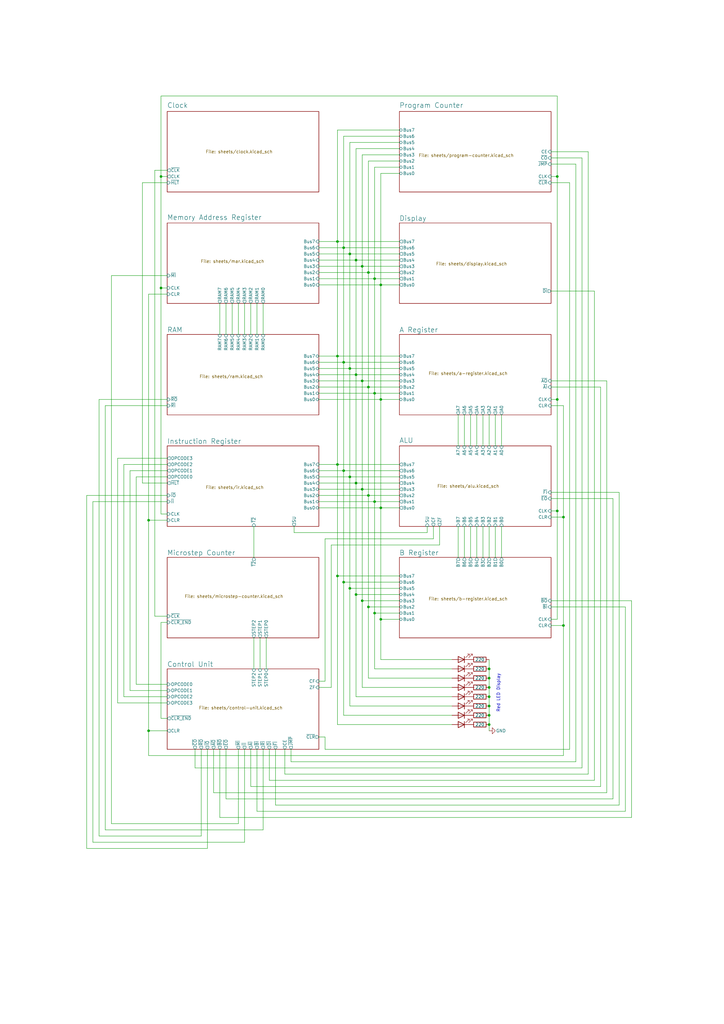
<source format=kicad_sch>
(kicad_sch (version 20250114) (generator "eeschema") (generator_version "9.0")
  (paper "A3" portrait)
  (lib_symbols
    (symbol "Device:LED" (pin_numbers (hide yes)) (pin_names (offset 1.016) (hide yes))
      (property "Reference" "D" (at 0 2.54 0))
      (property "Value" "LED" (at 0 -2.54 0))
      (symbol "LED_0_1"
        (polyline (pts (xy -3.048 -0.762) (xy -4.572 -2.286) (xy -3.81 -2.286) (xy -4.572 -2.286) (xy -4.572 -1.524)))
        (polyline (pts (xy -1.778 -0.762) (xy -3.302 -2.286) (xy -2.54 -2.286) (xy -3.302 -2.286) (xy -3.302 -1.524)))
        (polyline (pts (xy -1.27 0) (xy 1.27 0)))
        (polyline (pts (xy -1.27 -1.27) (xy -1.27 1.27)) (stroke (width 0.254)))
        (polyline (pts (xy 1.27 -1.27) (xy 1.27 1.27) (xy -1.27 0) (xy 1.27 -1.27)) (stroke (width 0.254)))
      )
      (symbol "LED_1_1"
        (pin passive line (at -3.81 0 0) (length 2.54) (name "K") (number "1"))
        (pin passive line (at 3.81 0 180) (length 2.54) (name "A") (number "2"))
      )
    )
    (symbol "Device:R" (pin_numbers (hide yes)) (pin_names (offset 0))
      (property "Reference" "R" (at 2.032 0 90))
      (property "Value" "R" (at 0 0 90))
      (symbol "R_0_1"
        (rectangle (start -1.016 -2.54) (end 1.016 2.54) (stroke (width 0.254)))
      )
      (symbol "R_1_1"
        (pin passive line (at 0 3.81 270) (length 1.27) (name "~") (number "1"))
        (pin passive line (at 0 -3.81 90) (length 1.27) (name "~") (number "2"))
      )
    )
    (symbol "power:GND" (power) (pin_numbers (hide yes)) (pin_names (offset 0) (hide yes))
      (property "Value" "GND" (at 0 -3.81 0))
      (symbol "GND_0_1"
        (polyline (pts (xy 0 0) (xy 0 -1.27) (xy 1.27 -1.27) (xy 0 -2.54) (xy -1.27 -1.27) (xy 0 -1.27)))
      )
      (symbol "GND_1_1"
        (pin power_in line (at 0 0 270) (length 0) (name "~") (number "1"))
      )
    )
  )
  (text "Red LED Display" (at 204.47 284.226 90) (effects (font (size 1.27 1.27))))
  (junction (at 60.96 213.36))
  (junction (at 153.67 251.46))
  (junction (at 138.43 236.22))
  (junction (at 143.51 241.3))
  (junction (at 140.97 148.59))
  (junction (at 66.04 118.11))
  (junction (at 200.66 278.13))
  (junction (at 151.13 203.2))
  (junction (at 140.97 193.04))
  (junction (at 143.51 195.58))
  (junction (at 140.97 101.6))
  (junction (at 146.05 153.67))
  (junction (at 200.66 285.75))
  (junction (at 138.43 146.05))
  (junction (at 156.21 163.83))
  (junction (at 148.59 200.66))
  (junction (at 228.6 72.39))
  (junction (at 146.05 243.84))
  (junction (at 151.13 248.92))
  (junction (at 231.14 256.54))
  (junction (at 153.67 114.3))
  (junction (at 153.67 161.29))
  (junction (at 140.97 238.76))
  (junction (at 200.66 297.18))
  (junction (at 66.04 72.39))
  (junction (at 138.43 99.06))
  (junction (at 60.96 299.72))
  (junction (at 231.14 212.09))
  (junction (at 151.13 158.75))
  (junction (at 156.21 208.28))
  (junction (at 200.66 274.32))
  (junction (at 200.66 293.37))
  (junction (at 153.67 205.74))
  (junction (at 228.6 163.83))
  (junction (at 156.21 254))
  (junction (at 228.6 209.55))
  (junction (at 148.59 109.22))
  (junction (at 200.66 281.94))
  (junction (at 143.51 104.14))
  (junction (at 148.59 246.38))
  (junction (at 138.43 190.5))
  (junction (at 148.59 156.21))
  (junction (at 146.05 198.12))
  (junction (at 143.51 151.13))
  (junction (at 146.05 106.68))
  (junction (at 156.21 116.84))
  (junction (at 200.66 289.56))
  (junction (at 151.13 111.76))
  (wire (pts (xy 40.64 342.9) (xy 40.64 163.83)))
  (wire (pts (xy 107.95 340.36) (xy 107.95 307.34)))
  (wire (pts (xy 228.6 72.39) (xy 228.6 163.83)))
  (wire (pts (xy 163.83 71.12) (xy 156.21 71.12)))
  (wire (pts (xy 153.67 205.74) (xy 153.67 251.46)))
  (wire (pts (xy 97.79 337.82) (xy 97.79 307.34)))
  (wire (pts (xy 120.65 218.44) (xy 175.26 218.44)))
  (wire (pts (xy 130.81 99.06) (xy 138.43 99.06)))
  (wire (pts (xy 82.55 342.9) (xy 40.64 342.9)))
  (wire (pts (xy 151.13 111.76) (xy 163.83 111.76)))
  (wire (pts (xy 177.8 220.98) (xy 133.35 220.98)))
  (wire (pts (xy 60.96 309.88) (xy 231.14 309.88)))
  (wire (pts (xy 130.81 106.68) (xy 146.05 106.68)))
  (wire (pts (xy 55.88 280.67) (xy 68.58 280.67)))
  (wire (pts (xy 35.56 347.98) (xy 35.56 203.2)))
  (wire (pts (xy 140.97 101.6) (xy 140.97 148.59)))
  (wire (pts (xy 58.42 198.12) (xy 58.42 74.93)))
  (wire (pts (xy 228.6 254) (xy 228.6 209.55)))
  (wire (pts (xy 146.05 60.96) (xy 146.05 106.68)))
  (wire (pts (xy 254 201.93) (xy 226.06 201.93)))
  (wire (pts (xy 226.06 254) (xy 228.6 254)))
  (wire (pts (xy 256.54 248.92) (xy 256.54 332.74)))
  (wire (pts (xy 130.81 302.26) (xy 133.35 302.26)))
  (wire (pts (xy 151.13 203.2) (xy 163.83 203.2)))
  (wire (pts (xy 130.81 163.83) (xy 156.21 163.83)))
  (wire (pts (xy 148.59 63.5) (xy 163.83 63.5)))
  (wire (pts (xy 143.51 151.13) (xy 163.83 151.13)))
  (wire (pts (xy 66.04 39.37) (xy 228.6 39.37)))
  (wire (pts (xy 195.58 170.18) (xy 195.58 182.88)))
  (wire (pts (xy 190.5 170.18) (xy 190.5 182.88)))
  (wire (pts (xy 113.03 330.2) (xy 254 330.2)))
  (wire (pts (xy 130.81 114.3) (xy 153.67 114.3)))
  (wire (pts (xy 130.81 208.28) (xy 156.21 208.28)))
  (wire (pts (xy 68.58 198.12) (xy 58.42 198.12)))
  (wire (pts (xy 43.18 340.36) (xy 107.95 340.36)))
  (wire (pts (xy 185.42 278.13) (xy 151.13 278.13)))
  (wire (pts (xy 100.33 124.46) (xy 100.33 137.16)))
  (wire (pts (xy 63.5 69.85) (xy 68.58 69.85)))
  (wire (pts (xy 151.13 248.92) (xy 163.83 248.92)))
  (wire (pts (xy 80.01 314.96) (xy 80.01 307.34)))
  (wire (pts (xy 231.14 166.37) (xy 226.06 166.37)))
  (wire (pts (xy 105.41 332.74) (xy 256.54 332.74)))
  (wire (pts (xy 163.83 55.88) (xy 140.97 55.88)))
  (wire (pts (xy 190.5 215.9) (xy 190.5 228.6)))
  (wire (pts (xy 130.81 151.13) (xy 143.51 151.13)))
  (wire (pts (xy 85.09 347.98) (xy 35.56 347.98)))
  (wire (pts (xy 135.89 281.94) (xy 130.81 281.94)))
  (wire (pts (xy 38.1 345.44) (xy 100.33 345.44)))
  (wire (pts (xy 200.66 170.18) (xy 200.66 182.88)))
  (wire (pts (xy 138.43 297.18) (xy 138.43 236.22)))
  (wire (pts (xy 60.96 213.36) (xy 68.58 213.36)))
  (wire (pts (xy 185.42 281.94) (xy 148.59 281.94)))
  (wire (pts (xy 60.96 213.36) (xy 60.96 120.65)))
  (wire (pts (xy 48.26 187.96) (xy 48.26 288.29)))
  (wire (pts (xy 153.67 114.3) (xy 153.67 161.29)))
  (wire (pts (xy 143.51 104.14) (xy 143.51 151.13)))
  (wire (pts (xy 153.67 161.29) (xy 163.83 161.29)))
  (wire (pts (xy 130.81 104.14) (xy 143.51 104.14)))
  (wire (pts (xy 198.12 170.18) (xy 198.12 182.88)))
  (wire (pts (xy 66.04 118.11) (xy 68.58 118.11)))
  (wire (pts (xy 148.59 200.66) (xy 163.83 200.66)))
  (wire (pts (xy 180.34 223.52) (xy 135.89 223.52)))
  (wire (pts (xy 153.67 251.46) (xy 163.83 251.46)))
  (wire (pts (xy 66.04 72.39) (xy 66.04 118.11)))
  (wire (pts (xy 107.95 124.46) (xy 107.95 137.16)))
  (wire (pts (xy 35.56 203.2) (xy 68.58 203.2)))
  (wire (pts (xy 66.04 210.82) (xy 68.58 210.82)))
  (wire (pts (xy 185.42 270.51) (xy 156.21 270.51)))
  (wire (pts (xy 226.06 163.83) (xy 228.6 163.83)))
  (wire (pts (xy 151.13 111.76) (xy 151.13 158.75)))
  (wire (pts (xy 110.49 320.04) (xy 110.49 307.34)))
  (wire (pts (xy 151.13 158.75) (xy 151.13 203.2)))
  (wire (pts (xy 200.66 285.75) (xy 200.66 289.56)))
  (wire (pts (xy 50.8 285.75) (xy 68.58 285.75)))
  (wire (pts (xy 133.35 279.4) (xy 130.81 279.4)))
  (wire (pts (xy 226.06 212.09) (xy 231.14 212.09)))
  (wire (pts (xy 226.06 119.38) (xy 243.84 119.38)))
  (wire (pts (xy 40.64 163.83) (xy 68.58 163.83)))
  (wire (pts (xy 100.33 345.44) (xy 100.33 307.34)))
  (wire (pts (xy 120.65 215.9) (xy 120.65 218.44)))
  (wire (pts (xy 146.05 153.67) (xy 163.83 153.67)))
  (wire (pts (xy 198.12 215.9) (xy 198.12 228.6)))
  (wire (pts (xy 203.2 215.9) (xy 203.2 228.6)))
  (wire (pts (xy 187.96 215.9) (xy 187.96 228.6)))
  (wire (pts (xy 153.67 68.58) (xy 153.67 114.3)))
  (wire (pts (xy 140.97 148.59) (xy 140.97 193.04)))
  (wire (pts (xy 116.84 317.5) (xy 116.84 307.34)))
  (wire (pts (xy 248.92 156.21) (xy 226.06 156.21)))
  (wire (pts (xy 140.97 193.04) (xy 163.83 193.04)))
  (wire (pts (xy 45.72 113.03) (xy 45.72 337.82)))
  (wire (pts (xy 156.21 163.83) (xy 163.83 163.83)))
  (wire (pts (xy 138.43 146.05) (xy 138.43 190.5)))
  (wire (pts (xy 138.43 53.34) (xy 138.43 99.06)))
  (wire (pts (xy 82.55 307.34) (xy 82.55 342.9)))
  (wire (pts (xy 50.8 190.5) (xy 50.8 285.75)))
  (wire (pts (xy 119.38 312.42) (xy 119.38 307.34)))
  (wire (pts (xy 251.46 204.47) (xy 251.46 327.66)))
  (wire (pts (xy 187.96 170.18) (xy 187.96 182.88)))
  (wire (pts (xy 228.6 72.39) (xy 226.06 72.39)))
  (wire (pts (xy 259.08 335.28) (xy 259.08 246.38)))
  (wire (pts (xy 104.14 215.9) (xy 104.14 228.6)))
  (wire (pts (xy 231.14 212.09) (xy 231.14 166.37)))
  (wire (pts (xy 151.13 278.13) (xy 151.13 248.92)))
  (wire (pts (xy 148.59 63.5) (xy 148.59 109.22)))
  (wire (pts (xy 133.35 302.26) (xy 133.35 307.34)))
  (wire (pts (xy 185.42 289.56) (xy 143.51 289.56)))
  (wire (pts (xy 148.59 200.66) (xy 148.59 246.38)))
  (wire (pts (xy 92.71 327.66) (xy 251.46 327.66)))
  (wire (pts (xy 163.83 66.04) (xy 151.13 66.04)))
  (wire (pts (xy 148.59 109.22) (xy 148.59 156.21)))
  (wire (pts (xy 226.06 256.54) (xy 231.14 256.54)))
  (wire (pts (xy 200.66 215.9) (xy 200.66 228.6)))
  (wire (pts (xy 175.26 215.9) (xy 175.26 218.44)))
  (wire (pts (xy 156.21 208.28) (xy 163.83 208.28)))
  (wire (pts (xy 193.04 170.18) (xy 193.04 182.88)))
  (wire (pts (xy 68.58 166.37) (xy 43.18 166.37)))
  (wire (pts (xy 130.81 153.67) (xy 146.05 153.67)))
  (wire (pts (xy 156.21 71.12) (xy 156.21 116.84)))
  (wire (pts (xy 146.05 153.67) (xy 146.05 198.12)))
  (wire (pts (xy 243.84 119.38) (xy 243.84 320.04)))
  (wire (pts (xy 146.05 285.75) (xy 146.05 243.84)))
  (wire (pts (xy 130.81 148.59) (xy 140.97 148.59)))
  (wire (pts (xy 146.05 106.68) (xy 146.05 153.67)))
  (wire (pts (xy 68.58 72.39) (xy 66.04 72.39)))
  (wire (pts (xy 228.6 163.83) (xy 228.6 209.55)))
  (wire (pts (xy 248.92 325.12) (xy 248.92 156.21)))
  (wire (pts (xy 80.01 314.96) (xy 238.76 314.96)))
  (wire (pts (xy 138.43 53.34) (xy 163.83 53.34)))
  (wire (pts (xy 140.97 55.88) (xy 140.97 101.6)))
  (wire (pts (xy 130.81 195.58) (xy 143.51 195.58)))
  (wire (pts (xy 92.71 327.66) (xy 92.71 307.34)))
  (wire (pts (xy 146.05 243.84) (xy 163.83 243.84)))
  (wire (pts (xy 200.66 297.18) (xy 200.66 299.72)))
  (wire (pts (xy 156.21 208.28) (xy 156.21 254)))
  (wire (pts (xy 90.17 307.34) (xy 90.17 335.28)))
  (wire (pts (xy 226.06 64.77) (xy 238.76 64.77)))
  (wire (pts (xy 156.21 116.84) (xy 163.83 116.84)))
  (wire (pts (xy 106.68 261.62) (xy 106.68 274.32)))
  (wire (pts (xy 130.81 111.76) (xy 151.13 111.76)))
  (wire (pts (xy 92.71 124.46) (xy 92.71 137.16)))
  (wire (pts (xy 146.05 198.12) (xy 146.05 243.84)))
  (wire (pts (xy 156.21 254) (xy 163.83 254)))
  (wire (pts (xy 200.66 293.37) (xy 200.66 297.18)))
  (wire (pts (xy 140.97 238.76) (xy 163.83 238.76)))
  (wire (pts (xy 60.96 299.72) (xy 68.58 299.72)))
  (wire (pts (xy 102.87 322.58) (xy 246.38 322.58)))
  (wire (pts (xy 138.43 99.06) (xy 163.83 99.06)))
  (wire (pts (xy 60.96 120.65) (xy 68.58 120.65)))
  (wire (pts (xy 63.5 252.73) (xy 63.5 69.85)))
  (wire (pts (xy 151.13 66.04) (xy 151.13 111.76)))
  (wire (pts (xy 226.06 62.23) (xy 241.3 62.23)))
  (wire (pts (xy 231.14 309.88) (xy 231.14 256.54)))
  (wire (pts (xy 143.51 151.13) (xy 143.51 195.58)))
  (wire (pts (xy 143.51 289.56) (xy 143.51 241.3)))
  (wire (pts (xy 156.21 270.51) (xy 156.21 254)))
  (wire (pts (xy 233.68 74.93) (xy 233.68 307.34)))
  (wire (pts (xy 203.2 170.18) (xy 203.2 182.88)))
  (wire (pts (xy 53.34 193.04) (xy 53.34 283.21)))
  (wire (pts (xy 130.81 200.66) (xy 148.59 200.66)))
  (wire (pts (xy 138.43 146.05) (xy 163.83 146.05)))
  (wire (pts (xy 226.06 248.92) (xy 256.54 248.92)))
  (wire (pts (xy 90.17 124.46) (xy 90.17 137.16)))
  (wire (pts (xy 148.59 109.22) (xy 163.83 109.22)))
  (wire (pts (xy 228.6 39.37) (xy 228.6 72.39)))
  (wire (pts (xy 110.49 320.04) (xy 243.84 320.04)))
  (wire (pts (xy 95.25 124.46) (xy 95.25 137.16)))
  (wire (pts (xy 143.51 104.14) (xy 163.83 104.14)))
  (wire (pts (xy 87.63 325.12) (xy 248.92 325.12)))
  (wire (pts (xy 180.34 215.9) (xy 180.34 223.52)))
  (wire (pts (xy 143.51 58.42) (xy 163.83 58.42)))
  (wire (pts (xy 130.81 193.04) (xy 140.97 193.04)))
  (wire (pts (xy 241.3 62.23) (xy 241.3 317.5)))
  (wire (pts (xy 140.97 293.37) (xy 140.97 238.76)))
  (wire (pts (xy 200.66 270.51) (xy 200.66 274.32)))
  (wire (pts (xy 68.58 113.03) (xy 45.72 113.03)))
  (wire (pts (xy 140.97 101.6) (xy 163.83 101.6)))
  (wire (pts (xy 200.66 278.13) (xy 200.66 281.94)))
  (wire (pts (xy 148.59 281.94) (xy 148.59 246.38)))
  (wire (pts (xy 143.51 195.58) (xy 143.51 241.3)))
  (wire (pts (xy 146.05 198.12) (xy 163.83 198.12)))
  (wire (pts (xy 185.42 297.18) (xy 138.43 297.18)))
  (wire (pts (xy 85.09 307.34) (xy 85.09 347.98)))
  (wire (pts (xy 130.81 146.05) (xy 138.43 146.05)))
  (wire (pts (xy 236.22 67.31) (xy 236.22 312.42)))
  (wire (pts (xy 130.81 109.22) (xy 148.59 109.22)))
  (wire (pts (xy 151.13 203.2) (xy 151.13 248.92)))
  (wire (pts (xy 68.58 294.64) (xy 66.04 294.64)))
  (wire (pts (xy 138.43 190.5) (xy 138.43 236.22)))
  (wire (pts (xy 163.83 60.96) (xy 146.05 60.96)))
  (wire (pts (xy 38.1 205.74) (xy 38.1 345.44)))
  (wire (pts (xy 153.67 161.29) (xy 153.67 205.74)))
  (wire (pts (xy 200.66 289.56) (xy 200.66 293.37)))
  (wire (pts (xy 130.81 190.5) (xy 138.43 190.5)))
  (wire (pts (xy 195.58 215.9) (xy 195.58 228.6)))
  (wire (pts (xy 68.58 187.96) (xy 48.26 187.96)))
  (wire (pts (xy 66.04 294.64) (xy 66.04 255.27)))
  (wire (pts (xy 177.8 215.9) (xy 177.8 220.98)))
  (wire (pts (xy 156.21 116.84) (xy 156.21 163.83)))
  (wire (pts (xy 87.63 307.34) (xy 87.63 325.12)))
  (wire (pts (xy 68.58 195.58) (xy 55.88 195.58)))
  (wire (pts (xy 146.05 106.68) (xy 163.83 106.68)))
  (wire (pts (xy 143.51 195.58) (xy 163.83 195.58)))
  (wire (pts (xy 140.97 148.59) (xy 163.83 148.59)))
  (wire (pts (xy 130.81 156.21) (xy 148.59 156.21)))
  (wire (pts (xy 48.26 288.29) (xy 68.58 288.29)))
  (wire (pts (xy 259.08 246.38) (xy 226.06 246.38)))
  (wire (pts (xy 66.04 118.11) (xy 66.04 210.82)))
  (wire (pts (xy 60.96 299.72) (xy 60.96 309.88)))
  (wire (pts (xy 185.42 274.32) (xy 153.67 274.32)))
  (wire (pts (xy 133.35 307.34) (xy 233.68 307.34)))
  (wire (pts (xy 163.83 241.3) (xy 143.51 241.3)))
  (wire (pts (xy 228.6 209.55) (xy 226.06 209.55)))
  (wire (pts (xy 105.41 124.46) (xy 105.41 137.16)))
  (wire (pts (xy 226.06 204.47) (xy 251.46 204.47)))
  (wire (pts (xy 205.74 170.18) (xy 205.74 182.88)))
  (wire (pts (xy 193.04 215.9) (xy 193.04 228.6)))
  (wire (pts (xy 156.21 163.83) (xy 156.21 208.28)))
  (wire (pts (xy 138.43 99.06) (xy 138.43 146.05)))
  (wire (pts (xy 130.81 116.84) (xy 156.21 116.84)))
  (wire (pts (xy 45.72 337.82) (xy 97.79 337.82)))
  (wire (pts (xy 130.81 198.12) (xy 146.05 198.12)))
  (wire (pts (xy 233.68 74.93) (xy 226.06 74.93)))
  (wire (pts (xy 66.04 72.39) (xy 66.04 39.37)))
  (wire (pts (xy 185.42 285.75) (xy 146.05 285.75)))
  (wire (pts (xy 130.81 158.75) (xy 151.13 158.75)))
  (wire (pts (xy 102.87 322.58) (xy 102.87 307.34)))
  (wire (pts (xy 90.17 335.28) (xy 259.08 335.28)))
  (wire (pts (xy 200.66 281.94) (xy 200.66 285.75)))
  (wire (pts (xy 130.81 101.6) (xy 140.97 101.6)))
  (wire (pts (xy 148.59 156.21) (xy 163.83 156.21)))
  (wire (pts (xy 97.79 124.46) (xy 97.79 137.16)))
  (wire (pts (xy 185.42 293.37) (xy 140.97 293.37)))
  (wire (pts (xy 68.58 252.73) (xy 63.5 252.73)))
  (wire (pts (xy 130.81 205.74) (xy 153.67 205.74)))
  (wire (pts (xy 148.59 246.38) (xy 163.83 246.38)))
  (wire (pts (xy 53.34 283.21) (xy 68.58 283.21)))
  (wire (pts (xy 66.04 255.27) (xy 68.58 255.27)))
  (wire (pts (xy 143.51 58.42) (xy 143.51 104.14)))
  (wire (pts (xy 68.58 190.5) (xy 50.8 190.5)))
  (wire (pts (xy 68.58 205.74) (xy 38.1 205.74)))
  (wire (pts (xy 231.14 212.09) (xy 231.14 256.54)))
  (wire (pts (xy 153.67 114.3) (xy 163.83 114.3)))
  (wire (pts (xy 163.83 236.22) (xy 138.43 236.22)))
  (wire (pts (xy 246.38 158.75) (xy 246.38 322.58)))
  (wire (pts (xy 153.67 274.32) (xy 153.67 251.46)))
  (wire (pts (xy 151.13 158.75) (xy 163.83 158.75)))
  (wire (pts (xy 55.88 195.58) (xy 55.88 280.67)))
  (wire (pts (xy 60.96 213.36) (xy 60.96 299.72)))
  (wire (pts (xy 109.22 261.62) (xy 109.22 274.32)))
  (wire (pts (xy 102.87 124.46) (xy 102.87 137.16)))
  (wire (pts (xy 113.03 307.34) (xy 113.03 330.2)))
  (wire (pts (xy 133.35 220.98) (xy 133.35 279.4)))
  (wire (pts (xy 119.38 312.42) (xy 236.22 312.42)))
  (wire (pts (xy 68.58 193.04) (xy 53.34 193.04)))
  (wire (pts (xy 135.89 223.52) (xy 135.89 281.94)))
  (wire (pts (xy 205.74 215.9) (xy 205.74 228.6)))
  (wire (pts (xy 130.81 161.29) (xy 153.67 161.29)))
  (wire (pts (xy 163.83 68.58) (xy 153.67 68.58)))
  (wire (pts (xy 43.18 166.37) (xy 43.18 340.36)))
  (wire (pts (xy 226.06 158.75) (xy 246.38 158.75)))
  (wire (pts (xy 130.81 203.2) (xy 151.13 203.2)))
  (wire (pts (xy 116.84 317.5) (xy 241.3 317.5)))
  (wire (pts (xy 226.06 67.31) (xy 236.22 67.31)))
  (wire (pts (xy 104.14 261.62) (xy 104.14 274.32)))
  (wire (pts (xy 153.67 205.74) (xy 163.83 205.74)))
  (wire (pts (xy 238.76 64.77) (xy 238.76 314.96)))
  (wire (pts (xy 138.43 190.5) (xy 163.83 190.5)))
  (wire (pts (xy 254 330.2) (xy 254 201.93)))
  (wire (pts (xy 148.59 156.21) (xy 148.59 200.66)))
  (wire (pts (xy 140.97 193.04) (xy 140.97 238.76)))
  (wire (pts (xy 200.66 274.32) (xy 200.66 278.13)))
  (wire (pts (xy 105.41 332.74) (xy 105.41 307.34)))
  (wire (pts (xy 58.42 74.93) (xy 68.58 74.93)))
  (symbol (lib_id "Device:R") (at 196.85 297.18 270) (unit 1)
    (property "Reference" "R97" (effects (hide yes)))
    (property "Value" "220" (at 196.85 297.18 90))
    (property "Footprint" "Resistor_THT:R_Axial_DIN0207_L6.3mm_D2.5mm_P7.62mm_Horizontal" (effects (hide yes)))
    (property "Description" "Resistor" (effects (hide yes)))
  )
  (symbol (lib_id "Device:R") (at 196.85 281.94 270) (unit 1)
    (property "Reference" "R101" (effects (hide yes)))
    (property "Value" "220" (at 196.85 281.94 90))
    (property "Footprint" "Resistor_THT:R_Axial_DIN0207_L6.3mm_D2.5mm_P7.62mm_Horizontal" (effects (hide yes)))
    (property "Description" "Resistor" (effects (hide yes)))
  )
  (symbol (lib_id "Device:LED") (at 189.23 297.18 180) (unit 1)
    (property "Reference" "D85" (effects (hide yes)))
    (property "Value" "RED" (effects (hide yes)))
    (property "Footprint" "LED_THT:LED_D5.0mm" (effects (hide yes)))
    (property "Description" "Light emitting diode" (effects (hide yes)))
    (property "Sim.Pins" "1=K 2=A" (effects (hide yes)))
  )
  (symbol (lib_id "Device:R") (at 196.85 278.13 270) (unit 1)
    (property "Reference" "R102" (effects (hide yes)))
    (property "Value" "220" (at 196.85 278.13 90))
    (property "Footprint" "Resistor_THT:R_Axial_DIN0207_L6.3mm_D2.5mm_P7.62mm_Horizontal" (effects (hide yes)))
    (property "Description" "Resistor" (effects (hide yes)))
  )
  (symbol (lib_id "Device:R") (at 196.85 289.56 270) (unit 1)
    (property "Reference" "R99" (effects (hide yes)))
    (property "Value" "220" (at 196.85 289.56 90))
    (property "Footprint" "Resistor_THT:R_Axial_DIN0207_L6.3mm_D2.5mm_P7.62mm_Horizontal" (effects (hide yes)))
    (property "Description" "Resistor" (effects (hide yes)))
  )
  (symbol (lib_id "Device:LED") (at 189.23 285.75 180) (unit 1)
    (property "Reference" "D88" (effects (hide yes)))
    (property "Value" "RED" (effects (hide yes)))
    (property "Footprint" "LED_THT:LED_D5.0mm" (effects (hide yes)))
    (property "Description" "Light emitting diode" (effects (hide yes)))
    (property "Sim.Pins" "1=K 2=A" (effects (hide yes)))
  )
  (symbol (lib_id "Device:LED") (at 189.23 270.51 180) (unit 1)
    (property "Reference" "D92" (effects (hide yes)))
    (property "Value" "RED" (effects (hide yes)))
    (property "Footprint" "LED_THT:LED_D5.0mm" (effects (hide yes)))
    (property "Description" "Light emitting diode" (effects (hide yes)))
    (property "Sim.Pins" "1=K 2=A" (effects (hide yes)))
  )
  (symbol (lib_id "Device:LED") (at 189.23 281.94 180) (unit 1)
    (property "Reference" "D89" (effects (hide yes)))
    (property "Value" "RED" (effects (hide yes)))
    (property "Footprint" "LED_THT:LED_D5.0mm" (effects (hide yes)))
    (property "Description" "Light emitting diode" (effects (hide yes)))
    (property "Sim.Pins" "1=K 2=A" (effects (hide yes)))
  )
  (symbol (lib_id "Device:R") (at 196.85 270.51 270) (unit 1)
    (property "Reference" "R104" (effects (hide yes)))
    (property "Value" "220" (at 196.85 270.51 90))
    (property "Footprint" "Resistor_THT:R_Axial_DIN0207_L6.3mm_D2.5mm_P7.62mm_Horizontal" (effects (hide yes)))
    (property "Description" "Resistor" (effects (hide yes)))
  )
  (symbol (lib_id "Device:R") (at 196.85 285.75 270) (unit 1)
    (property "Reference" "R100" (effects (hide yes)))
    (property "Value" "220" (at 196.85 285.75 90))
    (property "Footprint" "Resistor_THT:R_Axial_DIN0207_L6.3mm_D2.5mm_P7.62mm_Horizontal" (effects (hide yes)))
    (property "Description" "Resistor" (effects (hide yes)))
  )
  (symbol (lib_id "Device:LED") (at 189.23 278.13 180) (unit 1)
    (property "Reference" "D90" (effects (hide yes)))
    (property "Value" "RED" (effects (hide yes)))
    (property "Footprint" "LED_THT:LED_D5.0mm" (effects (hide yes)))
    (property "Description" "Light emitting diode" (effects (hide yes)))
    (property "Sim.Pins" "1=K 2=A" (effects (hide yes)))
  )
  (symbol (lib_id "power:GND") (at 200.66 299.72 90) (unit 1)
    (property "Reference" "#PWR0104" (effects (hide yes)))
    (property "Value" "GND" (at 203.454 299.72 90) (effects (justify right)))
    (property "Description" "Power symbol creates a global label with name \"GND\" , ground" (effects (hide yes)))
  )
  (symbol (lib_id "Device:LED") (at 189.23 274.32 180) (unit 1)
    (property "Reference" "D91" (effects (hide yes)))
    (property "Value" "RED" (effects (hide yes)))
    (property "Footprint" "LED_THT:LED_D5.0mm" (effects (hide yes)))
    (property "Description" "Light emitting diode" (effects (hide yes)))
    (property "Sim.Pins" "1=K 2=A" (effects (hide yes)))
  )
  (symbol (lib_id "Device:R") (at 196.85 274.32 270) (unit 1)
    (property "Reference" "R103" (effects (hide yes)))
    (property "Value" "220" (at 196.85 274.32 90))
    (property "Footprint" "Resistor_THT:R_Axial_DIN0207_L6.3mm_D2.5mm_P7.62mm_Horizontal" (effects (hide yes)))
    (property "Description" "Resistor" (effects (hide yes)))
  )
  (symbol (lib_id "Device:R") (at 196.85 293.37 270) (unit 1)
    (property "Reference" "R98" (effects (hide yes)))
    (property "Value" "220" (at 196.85 293.37 90))
    (property "Footprint" "Resistor_THT:R_Axial_DIN0207_L6.3mm_D2.5mm_P7.62mm_Horizontal" (effects (hide yes)))
    (property "Description" "Resistor" (effects (hide yes)))
  )
  (symbol (lib_id "Device:LED") (at 189.23 293.37 180) (unit 1)
    (property "Reference" "D86" (effects (hide yes)))
    (property "Value" "RED" (effects (hide yes)))
    (property "Footprint" "LED_THT:LED_D5.0mm" (effects (hide yes)))
    (property "Description" "Light emitting diode" (effects (hide yes)))
    (property "Sim.Pins" "1=K 2=A" (effects (hide yes)))
  )
  (symbol (lib_id "Device:LED") (at 189.23 289.56 180) (unit 1)
    (property "Reference" "D87" (effects (hide yes)))
    (property "Value" "RED" (effects (hide yes)))
    (property "Footprint" "LED_THT:LED_D5.0mm" (effects (hide yes)))
    (property "Description" "Light emitting diode" (effects (hide yes)))
    (property "Sim.Pins" "1=K 2=A" (effects (hide yes)))
  )
  (sheet (at 163.83 182.88) (size 62.23 33.02) (stroke (width 0.1524))
    (property "Sheetname" "ALU" (at 163.83 181.7874 0) (effects (font (size 2.032 2.032)) (justify left bottom)))
    (property "Sheetfile" "sheets/alu.kicad_sch" (at 179.324 198.628 0) (effects (justify left top)))
    (pin "A0" input (at 205.74 182.88 90))
    (pin "A1" input (at 203.2 182.88 90))
    (pin "A2" input (at 200.66 182.88 90))
    (pin "A3" input (at 198.12 182.88 90))
    (pin "A4" input (at 195.58 182.88 90))
    (pin "A5" input (at 193.04 182.88 90))
    (pin "A6" input (at 190.5 182.88 90))
    (pin "A7" input (at 187.96 182.88 90))
    (pin "B0" input (at 205.74 215.9 270))
    (pin "B1" input (at 203.2 215.9 270))
    (pin "B2" input (at 200.66 215.9 270))
    (pin "B3" input (at 198.12 215.9 270))
    (pin "B4" input (at 195.58 215.9 270))
    (pin "B5" input (at 193.04 215.9 270))
    (pin "B6" input (at 190.5 215.9 270))
    (pin "B7" input (at 187.96 215.9 270))
    (pin "Bus0" output (at 163.83 208.28 180))
    (pin "Bus1" output (at 163.83 205.74 180))
    (pin "Bus2" output (at 163.83 203.2 180))
    (pin "Bus3" output (at 163.83 200.66 180))
    (pin "Bus4" output (at 163.83 198.12 180))
    (pin "Bus5" output (at 163.83 195.58 180))
    (pin "Bus6" output (at 163.83 193.04 180))
    (pin "Bus7" output (at 163.83 190.5 180))
    (pin "~{EO}" input (at 226.06 204.47 0))
    (pin "SU" input (at 175.26 215.9 270))
    (pin "CF" output (at 177.8 215.9 270))
    (pin "CLK" input (at 226.06 209.55 0))
    (pin "CLR" input (at 226.06 212.09 0))
    (pin "ZF" output (at 180.34 215.9 270))
    (pin "~{FI}" input (at 226.06 201.93 0))
  )
  (sheet (at 68.58 182.88) (size 62.23 33.02) (stroke (width 0.1524))
    (property "Sheetname" "Instruction Register" (at 68.58 182.1684 0) (effects (font (size 2.032 2.032)) (justify left bottom)))
    (property "Sheetfile" "sheets/ir.kicad_sch" (at 84.328 199.136 0) (effects (justify left top)))
    (pin "Bus0" bidirectional (at 130.81 208.28 0))
    (pin "Bus1" bidirectional (at 130.81 205.74 0))
    (pin "Bus2" bidirectional (at 130.81 203.2 0))
    (pin "Bus3" bidirectional (at 130.81 200.66 0))
    (pin "Bus4" input (at 130.81 198.12 0))
    (pin "Bus5" input (at 130.81 195.58 0))
    (pin "Bus6" input (at 130.81 193.04 0))
    (pin "Bus7" input (at 130.81 190.5 0))
    (pin "CLK" input (at 68.58 210.82 180))
    (pin "CLR" input (at 68.58 213.36 180))
    (pin "OPCODE0" output (at 68.58 195.58 180))
    (pin "OPCODE1" output (at 68.58 193.04 180))
    (pin "OPCODE2" output (at 68.58 190.5 180))
    (pin "OPCODE3" output (at 68.58 187.96 180))
    (pin "~{II}" input (at 68.58 205.74 180))
    (pin "~{IO}" input (at 68.58 203.2 180))
    (pin "~{HLT}" output (at 68.58 198.12 180))
    (pin "~{T2}" input (at 104.14 215.9 270))
    (pin "SU" output (at 120.65 215.9 270))
  )
  (sheet (at 68.58 137.16) (size 62.23 33.02) (stroke (width 0.1524))
    (property "Sheetname" "RAM" (at 68.58 136.4484 0) (effects (font (size 2.032 2.032)) (justify left bottom)))
    (property "Sheetfile" "sheets/ram.kicad_sch" (at 81.788 153.67 0) (effects (justify left top)))
    (pin "Bus0" bidirectional (at 130.81 163.83 0))
    (pin "Bus1" bidirectional (at 130.81 161.29 0))
    (pin "Bus2" bidirectional (at 130.81 158.75 0))
    (pin "Bus3" bidirectional (at 130.81 156.21 0))
    (pin "Bus4" bidirectional (at 130.81 153.67 0))
    (pin "Bus5" bidirectional (at 130.81 151.13 0))
    (pin "Bus6" bidirectional (at 130.81 148.59 0))
    (pin "Bus7" bidirectional (at 130.81 146.05 0))
    (pin "RAM0" input (at 107.95 137.16 90))
    (pin "RAM1" input (at 105.41 137.16 90))
    (pin "RAM2" input (at 102.87 137.16 90))
    (pin "RAM3" input (at 100.33 137.16 90))
    (pin "RAM4" input (at 97.79 137.16 90))
    (pin "RAM5" input (at 95.25 137.16 90))
    (pin "RAM6" input (at 92.71 137.16 90))
    (pin "RAM7" input (at 90.17 137.16 90))
    (pin "~{RI}" input (at 68.58 166.37 180))
    (pin "~{RO}" input (at 68.58 163.83 180))
  )
  (sheet (at 163.83 45.72) (size 62.23 33.02) (stroke (width 0.1524))
    (property "Sheetname" "Program Counter" (at 163.83 44.3734 0) (effects (font (size 2.032 2.032)) (justify left bottom)))
    (property "Sheetfile" "sheets/program-counter.kicad_sch" (at 171.704 62.992 0) (effects (justify left top)))
    (pin "~{CO}" input (at 226.06 64.77 0))
    (pin "CE" input (at 226.06 62.23 0))
    (pin "CLK" input (at 226.06 72.39 0))
    (pin "~{CLR}" input (at 226.06 74.93 0))
    (pin "~{JMP}" input (at 226.06 67.31 0))
    (pin "Bus0" bidirectional (at 163.83 71.12 180))
    (pin "Bus1" bidirectional (at 163.83 68.58 180))
    (pin "Bus2" bidirectional (at 163.83 66.04 180))
    (pin "Bus3" tri_state (at 163.83 63.5 180))
    (pin "Bus4" bidirectional (at 163.83 60.96 180))
    (pin "Bus5" bidirectional (at 163.83 58.42 180))
    (pin "Bus6" bidirectional (at 163.83 55.88 180))
    (pin "Bus7" bidirectional (at 163.83 53.34 180))
  )
  (sheet (at 163.83 137.16) (size 62.23 33.02) (stroke (width 0.1524))
    (property "Sheetname" "A Register" (at 163.83 136.4484 0) (effects (font (size 2.032 2.032)) (justify left bottom)))
    (property "Sheetfile" "sheets/a-register.kicad_sch" (at 175.768 152.4 0) (effects (justify left top)))
    (pin "CLK" input (at 226.06 163.83 0))
    (pin "CLR" input (at 226.06 166.37 0))
    (pin "~{AI}" input (at 226.06 158.75 0))
    (pin "~{AO}" input (at 226.06 156.21 0))
    (pin "A0" output (at 205.74 170.18 270))
    (pin "A1" output (at 203.2 170.18 270))
    (pin "A2" output (at 200.66 170.18 270))
    (pin "A3" output (at 198.12 170.18 270))
    (pin "A4" output (at 195.58 170.18 270))
    (pin "A5" output (at 193.04 170.18 270))
    (pin "A6" output (at 190.5 170.18 270))
    (pin "A7" output (at 187.96 170.18 270))
    (pin "Bus0" bidirectional (at 163.83 163.83 180))
    (pin "Bus1" bidirectional (at 163.83 161.29 180))
    (pin "Bus2" bidirectional (at 163.83 158.75 180))
    (pin "Bus3" bidirectional (at 163.83 156.21 180))
    (pin "Bus4" bidirectional (at 163.83 153.67 180))
    (pin "Bus5" bidirectional (at 163.83 151.13 180))
    (pin "Bus6" bidirectional (at 163.83 148.59 180))
    (pin "Bus7" bidirectional (at 163.83 146.05 180))
  )
  (sheet (at 68.58 228.6) (size 62.23 33.02) (stroke (width 0.1524))
    (property "Sheetname" "Microstep Counter" (at 68.58 227.8884 0) (effects (font (size 2.032 2.032)) (justify left bottom)))
    (property "Sheetfile" "sheets/microstep-counter.kicad_sch" (at 75.692 243.84 0) (effects (justify left top)))
    (pin "~{CLK}" input (at 68.58 252.73 180))
    (pin "~{CLR_END}" input (at 68.58 255.27 180))
    (pin "~{T2}" output (at 104.14 228.6 90))
    (pin "STEP0" output (at 109.22 261.62 270))
    (pin "STEP1" output (at 106.68 261.62 270))
    (pin "STEP2" output (at 104.14 261.62 270))
  )
  (sheet (at 163.83 228.6) (size 62.23 33.02) (stroke (width 0.1524))
    (property "Sheetname" "B Register" (at 163.83 227.8884 0) (effects (font (size 2.032 2.032)) (justify left bottom)))
    (property "Sheetfile" "sheets/b-register.kicad_sch" (at 175.768 244.856 0) (effects (justify left top)))
    (pin "CLK" input (at 226.06 254 0))
    (pin "CLR" input (at 226.06 256.54 0))
    (pin "~{BI}" input (at 226.06 248.92 0))
    (pin "~{BO}" input (at 226.06 246.38 0))
    (pin "B0" output (at 205.74 228.6 90))
    (pin "B1" output (at 203.2 228.6 90))
    (pin "B2" output (at 200.66 228.6 90))
    (pin "B3" output (at 198.12 228.6 90))
    (pin "B4" output (at 195.58 228.6 90))
    (pin "B5" output (at 193.04 228.6 90))
    (pin "B6" output (at 190.5 228.6 90))
    (pin "B7" output (at 187.96 228.6 90))
    (pin "Bus0" bidirectional (at 163.83 254 180))
    (pin "Bus1" bidirectional (at 163.83 251.46 180))
    (pin "Bus2" bidirectional (at 163.83 248.92 180))
    (pin "Bus3" bidirectional (at 163.83 246.38 180))
    (pin "Bus4" bidirectional (at 163.83 243.84 180))
    (pin "Bus5" bidirectional (at 163.83 241.3 180))
    (pin "Bus6" bidirectional (at 163.83 238.76 180))
    (pin "Bus7" bidirectional (at 163.83 236.22 180))
  )
  (sheet (at 68.58 274.32) (size 62.23 33.02) (stroke (width 0.1524))
    (property "Sheetname" "Control Unit" (at 68.58 273.6084 0) (effects (font (size 2.032 2.032)) (justify left bottom)))
    (property "Sheetfile" "sheets/control-unit.kicad_sch" (at 81.534 289.56 0) (effects (justify left top)))
    (pin "CF" input (at 130.81 279.4 0))
    (pin "ZF" input (at 130.81 281.94 0))
    (pin "~{AI}" output (at 102.87 307.34 270))
    (pin "~{AO}" output (at 87.63 307.34 270))
    (pin "~{BI}" output (at 105.41 307.34 270))
    (pin "~{BO}" output (at 90.17 307.34 270))
    (pin "~{CO}" output (at 80.01 307.34 270))
    (pin "~{DI}" output (at 110.49 307.34 270))
    (pin "~{EO}" output (at 92.71 307.34 270))
    (pin "~{FI}" output (at 113.03 307.34 270))
    (pin "~{II}" output (at 100.33 307.34 270))
    (pin "~{IO}" output (at 85.09 307.34 270))
    (pin "~{JMP}" output (at 119.38 307.34 270))
    (pin "~{MI}" output (at 97.79 307.34 270))
    (pin "~{RI}" output (at 107.95 307.34 270))
    (pin "~{RO}" output (at 82.55 307.34 270))
    (pin "OPCODE0" input (at 68.58 280.67 180))
    (pin "OPCODE1" input (at 68.58 283.21 180))
    (pin "OPCODE2" input (at 68.58 285.75 180))
    (pin "OPCODE3" input (at 68.58 288.29 180))
    (pin "STEP0" input (at 109.22 274.32 90))
    (pin "STEP1" input (at 106.68 274.32 90))
    (pin "STEP2" input (at 104.14 274.32 90))
    (pin "~{CLR}" output (at 130.81 302.26 0))
    (pin "CE" output (at 116.84 307.34 270))
    (pin "CLR" output (at 68.58 299.72 180))
    (pin "~{CLR_END}" output (at 68.58 294.64 180))
  )
  (sheet (at 163.83 91.44) (size 62.23 33.02) (stroke (width 0.1524))
    (property "Sheetname" "Display" (at 163.83 90.7284 0) (effects (font (size 2.032 2.032)) (justify left bottom)))
    (property "Sheetfile" "sheets/display.kicad_sch" (at 178.816 107.442 0) (effects (justify left top)))
    (pin "Bus0" output (at 163.83 116.84 180))
    (pin "Bus1" output (at 163.83 114.3 180))
    (pin "Bus2" output (at 163.83 111.76 180))
    (pin "Bus3" output (at 163.83 109.22 180))
    (pin "Bus4" output (at 163.83 106.68 180))
    (pin "Bus5" output (at 163.83 104.14 180))
    (pin "Bus6" output (at 163.83 101.6 180))
    (pin "Bus7" output (at 163.83 99.06 180))
    (pin "~{DI}" output (at 226.06 119.38 0))
  )
  (sheet (at 68.58 91.44) (size 62.23 33.02) (stroke (width 0.1524))
    (property "Sheetname" "Memory Address Register" (at 68.58 90.3474 0) (effects (font (size 2.032 2.032)) (justify left bottom)))
    (property "Sheetfile" "sheets/mar.kicad_sch" (at 82.296 106.426 0) (effects (justify left top)))
    (pin "CLK" input (at 68.58 118.11 180))
    (pin "CLR" input (at 68.58 120.65 180))
    (pin "RAM0" output (at 107.95 124.46 270))
    (pin "RAM1" output (at 105.41 124.46 270))
    (pin "RAM2" output (at 102.87 124.46 270))
    (pin "RAM3" output (at 100.33 124.46 270))
    (pin "RAM4" output (at 97.79 124.46 270))
    (pin "RAM5" output (at 95.25 124.46 270))
    (pin "RAM6" output (at 92.71 124.46 270))
    (pin "RAM7" output (at 90.17 124.46 270))
    (pin "~{MI}" input (at 68.58 113.03 180))
    (pin "Bus0" input (at 130.81 116.84 0))
    (pin "Bus1" input (at 130.81 114.3 0))
    (pin "Bus2" input (at 130.81 111.76 0))
    (pin "Bus3" input (at 130.81 109.22 0))
    (pin "Bus4" input (at 130.81 106.68 0))
    (pin "Bus5" input (at 130.81 104.14 0))
    (pin "Bus6" input (at 130.81 101.6 0))
    (pin "Bus7" input (at 130.81 99.06 0))
  )
  (sheet (at 68.58 45.72) (size 62.23 33.02) (stroke (width 0.1524))
    (property "Sheetname" "Clock" (at 68.58 44.3734 0) (effects (font (size 2.032 2.032)) (justify left bottom)))
    (property "Sheetfile" "sheets/clock.kicad_sch" (at 84.328 61.468 0) (effects (justify left top)))
    (pin "CLK" output (at 68.58 72.39 180))
    (pin "~{CLK}" output (at 68.58 69.85 180))
    (pin "~{HLT}" input (at 68.58 74.93 180))
  )
)
</source>
